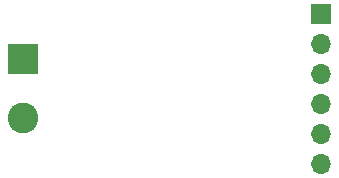
<source format=gbr>
%TF.GenerationSoftware,KiCad,Pcbnew,(5.1.6)-1*%
%TF.CreationDate,2020-11-19T21:10:57+01:00*%
%TF.ProjectId,rs485_transceiver,72733438-355f-4747-9261-6e7363656976,rev?*%
%TF.SameCoordinates,Original*%
%TF.FileFunction,Copper,L2,Bot*%
%TF.FilePolarity,Positive*%
%FSLAX46Y46*%
G04 Gerber Fmt 4.6, Leading zero omitted, Abs format (unit mm)*
G04 Created by KiCad (PCBNEW (5.1.6)-1) date 2020-11-19 21:10:57*
%MOMM*%
%LPD*%
G01*
G04 APERTURE LIST*
%TA.AperFunction,ComponentPad*%
%ADD10O,1.700000X1.700000*%
%TD*%
%TA.AperFunction,ComponentPad*%
%ADD11R,1.700000X1.700000*%
%TD*%
%TA.AperFunction,ComponentPad*%
%ADD12C,2.600000*%
%TD*%
%TA.AperFunction,ComponentPad*%
%ADD13R,2.600000X2.600000*%
%TD*%
G04 APERTURE END LIST*
D10*
%TO.P,J2,6*%
%TO.N,/VDD*%
X194200000Y-121350000D03*
%TO.P,J2,5*%
%TO.N,/RX_(out)*%
X194200000Y-118810000D03*
%TO.P,J2,4*%
%TO.N,/~Receiver_ENABLE*%
X194200000Y-116270000D03*
%TO.P,J2,3*%
%TO.N,/Driver_ENABLE*%
X194200000Y-113730000D03*
%TO.P,J2,2*%
%TO.N,/TX_(in)*%
X194200000Y-111190000D03*
D11*
%TO.P,J2,1*%
%TO.N,/GND*%
X194200000Y-108650000D03*
%TD*%
D12*
%TO.P,J1,2*%
%TO.N,/RS485_B*%
X169000000Y-117500000D03*
D13*
%TO.P,J1,1*%
%TO.N,/RS485_A*%
X169000000Y-112500000D03*
%TD*%
M02*

</source>
